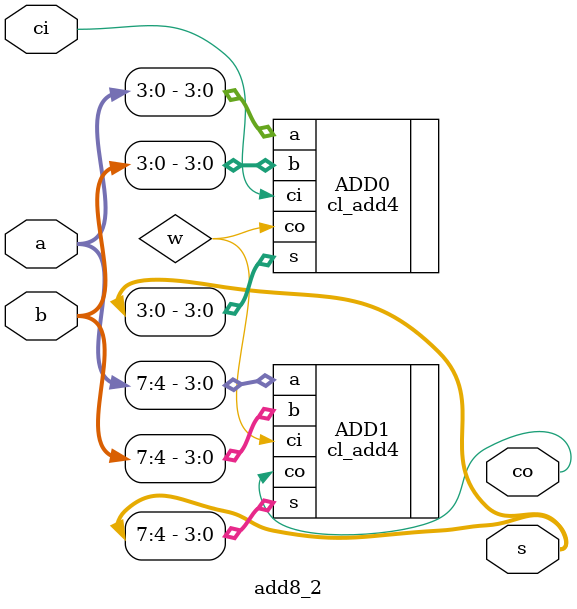
<source format=v>
`timescale 1ns / 1ps


module add8_2(
    input [7:0] a, b,
    input ci,
    output [7:0] s,
    output co
    );

    wire w;
    cl_add4 ADD0(
        .a (a[3:0]),
        .b (b[3:0]),
        .ci (ci),
        .s (s[3:0]),
        .co (w)
    );

    cl_add4 ADD1(
        .a (a[7:4]),
        .b (b[7:4]),
        .ci (w),
        .s (s[7:4]),
        .co (co)
    );
endmodule

</source>
